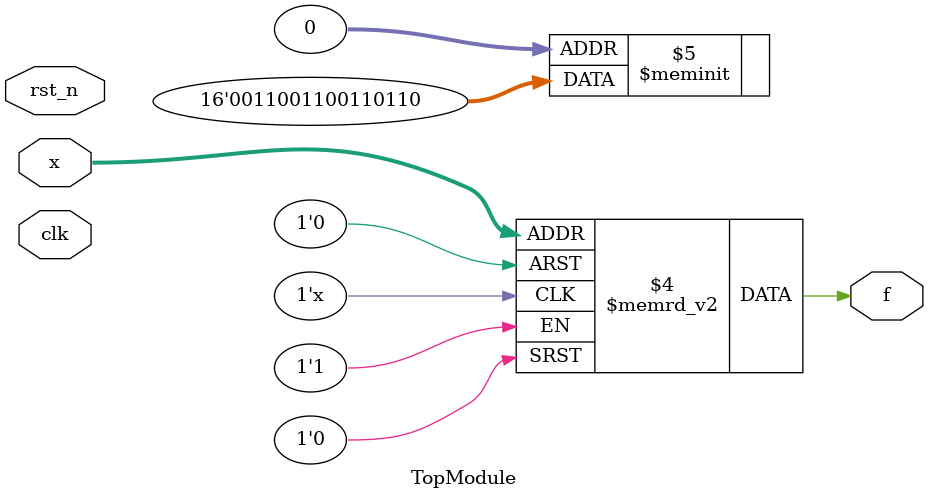
<source format=sv>
module TopModule (
    input logic clk,
    input logic rst_n,
    input logic [3:0] x,
    output logic f
);

    always @(*) begin
        case (x)
            4'b0000: f = 1'b0;
            4'b0001: f = 1'b1;
            4'b0010: f = 1'b1;
            4'b0011: f = 1'b0;
            4'b0100: f = 1'b1;
            4'b0101: f = 1'b1;
            4'b0110: f = 1'b0;
            4'b0111: f = 1'b0;
            4'b1000: f = 1'b1;
            4'b1001: f = 1'b1;
            4'b1010: f = 1'b0;
            4'b1011: f = 1'b0;
            4'b1100: f = 1'b1;
            4'b1101: f = 1'b1;
            4'b1110: f = 1'b0;
            4'b1111: f = 1'b0;
            default: f = 1'b0;
        endcase
    end

endmodule
</source>
